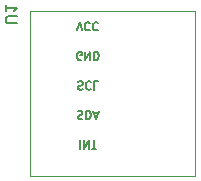
<source format=gbo>
G04 #@! TF.GenerationSoftware,KiCad,Pcbnew,6.0.2+dfsg-1*
G04 #@! TF.CreationDate,2025-06-22T13:16:20+00:00*
G04 #@! TF.ProjectId,MyCircuits,4d794369-7263-4756-9974-732e6b696361,rev?*
G04 #@! TF.SameCoordinates,Original*
G04 #@! TF.FileFunction,Legend,Bot*
G04 #@! TF.FilePolarity,Positive*
%FSLAX46Y46*%
G04 Gerber Fmt 4.6, Leading zero omitted, Abs format (unit mm)*
G04 Created by KiCad (PCBNEW 6.0.2+dfsg-1) date 2025-06-22 13:16:20*
%MOMM*%
%LPD*%
G01*
G04 APERTURE LIST*
%ADD10C,0.150000*%
%ADD11C,0.120000*%
%ADD12C,2.500000*%
%ADD13C,1.600000*%
%ADD14O,1.600000X1.600000*%
%ADD15C,2.000000*%
%ADD16R,1.524000X1.524000*%
%ADD17C,1.524000*%
%ADD18R,1.800000X1.800000*%
%ADD19C,1.800000*%
%ADD20R,1.600000X1.600000*%
G04 APERTURE END LIST*
D10*
X146172619Y-108361904D02*
X145363095Y-108361904D01*
X145267857Y-108314285D01*
X145220238Y-108266666D01*
X145172619Y-108171428D01*
X145172619Y-107980952D01*
X145220238Y-107885714D01*
X145267857Y-107838095D01*
X145363095Y-107790476D01*
X146172619Y-107790476D01*
X145172619Y-106790476D02*
X145172619Y-107361904D01*
X145172619Y-107076190D02*
X146172619Y-107076190D01*
X146029761Y-107171428D01*
X145934523Y-107266666D01*
X145886904Y-107361904D01*
X151275000Y-115816666D02*
X151375000Y-115783333D01*
X151541666Y-115783333D01*
X151608333Y-115816666D01*
X151641666Y-115850000D01*
X151675000Y-115916666D01*
X151675000Y-115983333D01*
X151641666Y-116050000D01*
X151608333Y-116083333D01*
X151541666Y-116116666D01*
X151408333Y-116150000D01*
X151341666Y-116183333D01*
X151308333Y-116216666D01*
X151275000Y-116283333D01*
X151275000Y-116350000D01*
X151308333Y-116416666D01*
X151341666Y-116450000D01*
X151408333Y-116483333D01*
X151575000Y-116483333D01*
X151675000Y-116450000D01*
X151975000Y-115783333D02*
X151975000Y-116483333D01*
X152141666Y-116483333D01*
X152241666Y-116450000D01*
X152308333Y-116383333D01*
X152341666Y-116316666D01*
X152375000Y-116183333D01*
X152375000Y-116083333D01*
X152341666Y-115950000D01*
X152308333Y-115883333D01*
X152241666Y-115816666D01*
X152141666Y-115783333D01*
X151975000Y-115783333D01*
X152641666Y-115983333D02*
X152975000Y-115983333D01*
X152575000Y-115783333D02*
X152808333Y-116483333D01*
X153041666Y-115783333D01*
X151591666Y-111450000D02*
X151525000Y-111483333D01*
X151425000Y-111483333D01*
X151325000Y-111450000D01*
X151258333Y-111383333D01*
X151225000Y-111316666D01*
X151191666Y-111183333D01*
X151191666Y-111083333D01*
X151225000Y-110950000D01*
X151258333Y-110883333D01*
X151325000Y-110816666D01*
X151425000Y-110783333D01*
X151491666Y-110783333D01*
X151591666Y-110816666D01*
X151625000Y-110850000D01*
X151625000Y-111083333D01*
X151491666Y-111083333D01*
X151925000Y-110783333D02*
X151925000Y-111483333D01*
X152325000Y-110783333D01*
X152325000Y-111483333D01*
X152658333Y-110783333D02*
X152658333Y-111483333D01*
X152825000Y-111483333D01*
X152925000Y-111450000D01*
X152991666Y-111383333D01*
X153025000Y-111316666D01*
X153058333Y-111183333D01*
X153058333Y-111083333D01*
X153025000Y-110950000D01*
X152991666Y-110883333D01*
X152925000Y-110816666D01*
X152825000Y-110783333D01*
X152658333Y-110783333D01*
X151491666Y-118283333D02*
X151491666Y-118983333D01*
X151825000Y-118283333D02*
X151825000Y-118983333D01*
X152225000Y-118283333D01*
X152225000Y-118983333D01*
X152458333Y-118983333D02*
X152858333Y-118983333D01*
X152658333Y-118283333D02*
X152658333Y-118983333D01*
X151291666Y-113316666D02*
X151391666Y-113283333D01*
X151558333Y-113283333D01*
X151625000Y-113316666D01*
X151658333Y-113350000D01*
X151691666Y-113416666D01*
X151691666Y-113483333D01*
X151658333Y-113550000D01*
X151625000Y-113583333D01*
X151558333Y-113616666D01*
X151425000Y-113650000D01*
X151358333Y-113683333D01*
X151325000Y-113716666D01*
X151291666Y-113783333D01*
X151291666Y-113850000D01*
X151325000Y-113916666D01*
X151358333Y-113950000D01*
X151425000Y-113983333D01*
X151591666Y-113983333D01*
X151691666Y-113950000D01*
X152391666Y-113350000D02*
X152358333Y-113316666D01*
X152258333Y-113283333D01*
X152191666Y-113283333D01*
X152091666Y-113316666D01*
X152025000Y-113383333D01*
X151991666Y-113450000D01*
X151958333Y-113583333D01*
X151958333Y-113683333D01*
X151991666Y-113816666D01*
X152025000Y-113883333D01*
X152091666Y-113950000D01*
X152191666Y-113983333D01*
X152258333Y-113983333D01*
X152358333Y-113950000D01*
X152391666Y-113916666D01*
X153025000Y-113283333D02*
X152691666Y-113283333D01*
X152691666Y-113983333D01*
X151191666Y-108983333D02*
X151425000Y-108283333D01*
X151658333Y-108983333D01*
X152291666Y-108350000D02*
X152258333Y-108316666D01*
X152158333Y-108283333D01*
X152091666Y-108283333D01*
X151991666Y-108316666D01*
X151925000Y-108383333D01*
X151891666Y-108450000D01*
X151858333Y-108583333D01*
X151858333Y-108683333D01*
X151891666Y-108816666D01*
X151925000Y-108883333D01*
X151991666Y-108950000D01*
X152091666Y-108983333D01*
X152158333Y-108983333D01*
X152258333Y-108950000D01*
X152291666Y-108916666D01*
X152991666Y-108350000D02*
X152958333Y-108316666D01*
X152858333Y-108283333D01*
X152791666Y-108283333D01*
X152691666Y-108316666D01*
X152625000Y-108383333D01*
X152591666Y-108450000D01*
X152558333Y-108583333D01*
X152558333Y-108683333D01*
X152591666Y-108816666D01*
X152625000Y-108883333D01*
X152691666Y-108950000D01*
X152791666Y-108983333D01*
X152858333Y-108983333D01*
X152958333Y-108950000D01*
X152991666Y-108916666D01*
D11*
X161225000Y-121300000D02*
X147225000Y-121300000D01*
X147225000Y-121300000D02*
X147225000Y-107300000D01*
X147225000Y-107300000D02*
X161225000Y-107300000D01*
X161225000Y-107300000D02*
X161225000Y-121300000D01*
%LPC*%
D12*
X195580000Y-127000000D03*
X83820000Y-127000000D03*
X83820000Y-53340000D03*
X195580000Y-53340000D03*
D13*
X181000000Y-67000000D03*
D14*
X181000000Y-74620000D03*
D15*
X190210000Y-80570000D03*
X190210000Y-87070000D03*
X185710000Y-87070000D03*
X185710000Y-80570000D03*
D13*
X180340000Y-92710000D03*
D14*
X180340000Y-100330000D03*
D13*
X175260000Y-100000000D03*
X175260000Y-95000000D03*
D15*
X190210000Y-93270000D03*
X190210000Y-99770000D03*
X185710000Y-99770000D03*
X185710000Y-93270000D03*
D13*
X180340000Y-80010000D03*
D14*
X180340000Y-87630000D03*
D13*
X175000000Y-87500000D03*
X175000000Y-82500000D03*
X173700000Y-60250000D03*
D14*
X181320000Y-60250000D03*
D15*
X190210000Y-74370000D03*
X190210000Y-67870000D03*
X185710000Y-67870000D03*
X185710000Y-74370000D03*
D13*
X175000000Y-75000000D03*
X175000000Y-70000000D03*
D16*
X107950000Y-111760000D03*
D17*
X110490000Y-111760000D03*
X113030000Y-111760000D03*
X115570000Y-111760000D03*
D18*
X190210000Y-60250000D03*
D19*
X187670000Y-60250000D03*
D20*
X162550000Y-99060000D03*
D14*
X162550000Y-96520000D03*
X162550000Y-93980000D03*
X162550000Y-91440000D03*
X162550000Y-88900000D03*
X162550000Y-86360000D03*
X162550000Y-83820000D03*
X162550000Y-81280000D03*
X162550000Y-78740000D03*
X162550000Y-76200000D03*
X162550000Y-73660000D03*
X162550000Y-71120000D03*
X162550000Y-68580000D03*
X162550000Y-66040000D03*
X162550000Y-63500000D03*
X147310000Y-63500000D03*
X147310000Y-66040000D03*
X147310000Y-68580000D03*
X147310000Y-71120000D03*
X147310000Y-73660000D03*
X147310000Y-76200000D03*
X147310000Y-78740000D03*
X147310000Y-81280000D03*
X147310000Y-83820000D03*
X147310000Y-86360000D03*
X147310000Y-88900000D03*
X147310000Y-91440000D03*
X147310000Y-93980000D03*
X147310000Y-96520000D03*
X147310000Y-99060000D03*
D16*
X149765000Y-118760000D03*
D17*
X149765000Y-116220000D03*
X149765000Y-113680000D03*
X149765000Y-111140000D03*
X149765000Y-108600000D03*
M02*

</source>
